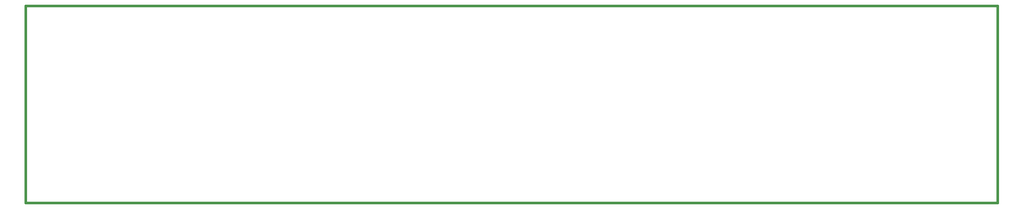
<source format=gko>
%FSLAX33Y33*%
%MOMM*%
%ADD10C,0.381*%
D10*
%LNpath-0*%
G01*
X-0150Y0025D02*
X157850Y0025D01*
X157850Y32025*
X-0150Y32025*
X-0150Y0025*
%LNmechanical details_traces*%
M02*
</source>
